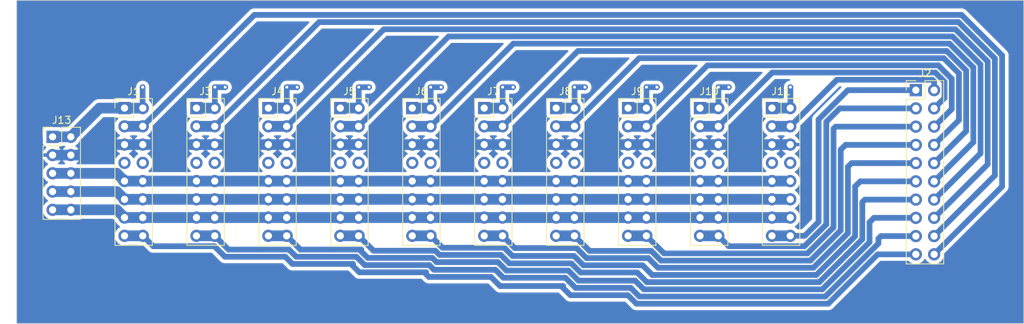
<source format=kicad_pcb>
(kicad_pcb (version 20221018) (generator pcbnew)
  (layers (0 "F.Cu" signal) (31 "B.Cu" signal) (34 "B.Paste" user) (35 "F.Paste" user) (36 "B.SilkS" user "B.Silkscreen") (37 "F.SilkS" user "F.Silkscreen") (38 "B.Mask" user) (39 "F.Mask" user) (44 "Edge.Cuts" user))
  (net 0 "")
  (net 1 "+3.3V")
  (net 2 "GND")
  (net 5 "/MISO")
  (net 6 "/MOSI")
  (net 7 "/SCK")
  (net 8 "/SDA1")
  (net 9 "/RST1")
  (net 10 "/SDA2")
  (net 11 "/RST2")
  (net 12 "/SDA3")
  (net 13 "/RST3")
  (net 14 "/SDA4")
  (net 15 "/RST4")
  (net 16 "/SDA5")
  (net 17 "/RST5")
  (net 18 "/SDA6")
  (net 19 "/RST6")
  (net 20 "/SDA7")
  (net 21 "/RST7")
  (net 22 "/SDA8")
  (net 23 "/RST8")
  (net 24 "/SDA9")
  (net 25 "/RST9")
  (net 26 "/SDA10")
  (net 27 "/RST10")
  (footprint "Connector_PinHeader_2.54mm:PinHeader_2x05_P2.54mm_Vertical" (layer "F.Cu") (at 70 84)
    (fp_text reference "J13" (at 1.27 -2.33) (layer "F.SilkS"))
    (fp_text value "Conn_02x05_Odd_Even")
    (pad "1" thru_hole rect (at 0 0) (size 1.7 1.7) (drill 1) (layers "*.Cu" "*.Mask") (net 1 "+3.3V"))
    (pad "2" thru_hole oval (at 2.54 0) (size 1.7 1.7) (drill 1) (layers "*.Cu" "*.Mask") (net 1 "+3.3V"))
    (pad "3" thru_hole oval (at 0 2.54) (size 1.7 1.7) (drill 1) (layers "*.Cu" "*.Mask") (net 2 "GND"))
    (pad "4" thru_hole oval (at 2.54 2.54) (size 1.7 1.7) (drill 1) (layers "*.Cu" "*.Mask") (net 2 "GND"))
    (pad "5" thru_hole oval (at 0 5.08) (size 1.7 1.7) (drill 1) (layers "*.Cu" "*.Mask") (net 5 "/MISO"))
    (pad "6" thru_hole oval (at 2.54 5.08) (size 1.7 1.7) (drill 1) (layers "*.Cu" "*.Mask") (net 5 "/MISO"))
    (pad "7" thru_hole oval (at 0 7.62) (size 1.7 1.7) (drill 1) (layers "*.Cu" "*.Mask") (net 6 "/MOSI"))
    (pad "8" thru_hole oval (at 2.54 7.62) (size 1.7 1.7) (drill 1) (layers "*.Cu" "*.Mask") (net 6 "/MOSI"))
    (pad "9" thru_hole oval (at 0 10.16) (size 1.7 1.7) (drill 1) (layers "*.Cu" "*.Mask") (net 7 "/SCK"))
    (pad "10" thru_hole oval (at 2.54 10.16) (size 1.7 1.7) (drill 1) (layers "*.Cu" "*.Mask") (net 7 "/SCK"))
  )
  (footprint "Connector_PinHeader_2.54mm:PinHeader_2x08_P2.54mm_Vertical" (layer "F.Cu") (at 110 80)
    (fp_text reference "J5" (at 1.27 -2.33) (layer "F.SilkS"))
    (fp_text value "Conn_02x08_Odd_Even")
    (pad "1" thru_hole rect (at 0 0) (size 1.7 1.7) (drill 1) (layers "*.Cu" "*.Mask") (net 1 "+3.3V"))
    (pad "2" thru_hole oval (at 2.54 0) (size 1.7 1.7) (drill 1) (layers "*.Cu" "*.Mask") (net 1 "+3.3V"))
    (pad "3" thru_hole oval (at 0 2.54) (size 1.7 1.7) (drill 1) (layers "*.Cu" "*.Mask") (net 15 "/RST4"))
    (pad "4" thru_hole oval (at 2.54 2.54) (size 1.7 1.7) (drill 1) (layers "*.Cu" "*.Mask") (net 15 "/RST4"))
    (pad "5" thru_hole oval (at 0 5.08) (size 1.7 1.7) (drill 1) (layers "*.Cu" "*.Mask") (net 2 "GND"))
    (pad "6" thru_hole oval (at 2.54 5.08) (size 1.7 1.7) (drill 1) (layers "*.Cu" "*.Mask") (net 2 "GND"))
    (pad "7" thru_hole oval (at 0 7.62) (size 1.7 1.7) (drill 1) (layers "*.Cu" "*.Mask"))
    (pad "8" thru_hole oval (at 2.54 7.62) (size 1.7 1.7) (drill 1) (layers "*.Cu" "*.Mask"))
    (pad "9" thru_hole oval (at 0 10.16) (size 1.7 1.7) (drill 1) (layers "*.Cu" "*.Mask") (net 5 "/MISO"))
    (pad "10" thru_hole oval (at 2.54 10.16) (size 1.7 1.7) (drill 1) (layers "*.Cu" "*.Mask") (net 5 "/MISO"))
    (pad "11" thru_hole oval (at 0 12.7) (size 1.7 1.7) (drill 1) (layers "*.Cu" "*.Mask") (net 6 "/MOSI"))
    (pad "12" thru_hole oval (at 2.54 12.7) (size 1.7 1.7) (drill 1) (layers "*.Cu" "*.Mask") (net 6 "/MOSI"))
    (pad "13" thru_hole oval (at 0 15.24) (size 1.7 1.7) (drill 1) (layers "*.Cu" "*.Mask") (net 7 "/SCK"))
    (pad "14" thru_hole oval (at 2.54 15.24) (size 1.7 1.7) (drill 1) (layers "*.Cu" "*.Mask") (net 7 "/SCK"))
    (pad "15" thru_hole oval (at 0 17.78) (size 1.7 1.7) (drill 1) (layers "*.Cu" "*.Mask") (net 14 "/SDA4"))
    (pad "16" thru_hole oval (at 2.54 17.78) (size 1.7 1.7) (drill 1) (layers "*.Cu" "*.Mask") (net 14 "/SDA4"))
  )
  (footprint "Connector_PinHeader_2.54mm:PinHeader_2x08_P2.54mm_Vertical" (layer "F.Cu") (at 130 80)
    (fp_text reference "J7" (at 1.27 -2.33) (layer "F.SilkS"))
    (fp_text value "Conn_02x08_Odd_Even")
    (pad "1" thru_hole rect (at 0 0) (size 1.7 1.7) (drill 1) (layers "*.Cu" "*.Mask") (net 1 "+3.3V"))
    (pad "2" thru_hole oval (at 2.54 0) (size 1.7 1.7) (drill 1) (layers "*.Cu" "*.Mask") (net 1 "+3.3V"))
    (pad "3" thru_hole oval (at 0 2.54) (size 1.7 1.7) (drill 1) (layers "*.Cu" "*.Mask") (net 19 "/RST6"))
    (pad "4" thru_hole oval (at 2.54 2.54) (size 1.7 1.7) (drill 1) (layers "*.Cu" "*.Mask") (net 19 "/RST6"))
    (pad "5" thru_hole oval (at 0 5.08) (size 1.7 1.7) (drill 1) (layers "*.Cu" "*.Mask") (net 2 "GND"))
    (pad "6" thru_hole oval (at 2.54 5.08) (size 1.7 1.7) (drill 1) (layers "*.Cu" "*.Mask") (net 2 "GND"))
    (pad "7" thru_hole oval (at 0 7.62) (size 1.7 1.7) (drill 1) (layers "*.Cu" "*.Mask"))
    (pad "8" thru_hole oval (at 2.54 7.62) (size 1.7 1.7) (drill 1) (layers "*.Cu" "*.Mask"))
    (pad "9" thru_hole oval (at 0 10.16) (size 1.7 1.7) (drill 1) (layers "*.Cu" "*.Mask") (net 5 "/MISO"))
    (pad "10" thru_hole oval (at 2.54 10.16) (size 1.7 1.7) (drill 1) (layers "*.Cu" "*.Mask") (net 5 "/MISO"))
    (pad "11" thru_hole oval (at 0 12.7) (size 1.7 1.7) (drill 1) (layers "*.Cu" "*.Mask") (net 6 "/MOSI"))
    (pad "12" thru_hole oval (at 2.54 12.7) (size 1.7 1.7) (drill 1) (layers "*.Cu" "*.Mask") (net 6 "/MOSI"))
    (pad "13" thru_hole oval (at 0 15.24) (size 1.7 1.7) (drill 1) (layers "*.Cu" "*.Mask") (net 7 "/SCK"))
    (pad "14" thru_hole oval (at 2.54 15.24) (size 1.7 1.7) (drill 1) (layers "*.Cu" "*.Mask") (net 7 "/SCK"))
    (pad "15" thru_hole oval (at 0 17.78) (size 1.7 1.7) (drill 1) (layers "*.Cu" "*.Mask") (net 18 "/SDA6"))
    (pad "16" thru_hole oval (at 2.54 17.78) (size 1.7 1.7) (drill 1) (layers "*.Cu" "*.Mask") (net 18 "/SDA6"))
  )
  (footprint "Connector_PinHeader_2.54mm:PinHeader_2x08_P2.54mm_Vertical" (layer "F.Cu") (at 150 80)
    (fp_text reference "J9" (at 1.27 -2.33) (layer "F.SilkS"))
    (fp_text value "Conn_02x08_Odd_Even")
    (pad "1" thru_hole rect (at 0 0) (size 1.7 1.7) (drill 1) (layers "*.Cu" "*.Mask") (net 1 "+3.3V"))
    (pad "2" thru_hole oval (at 2.54 0) (size 1.7 1.7) (drill 1) (layers "*.Cu" "*.Mask") (net 1 "+3.3V"))
    (pad "3" thru_hole oval (at 0 2.54) (size 1.7 1.7) (drill 1) (layers "*.Cu" "*.Mask") (net 23 "/RST8"))
    (pad "4" thru_hole oval (at 2.54 2.54) (size 1.7 1.7) (drill 1) (layers "*.Cu" "*.Mask") (net 23 "/RST8"))
    (pad "5" thru_hole oval (at 0 5.08) (size 1.7 1.7) (drill 1) (layers "*.Cu" "*.Mask") (net 2 "GND"))
    (pad "6" thru_hole oval (at 2.54 5.08) (size 1.7 1.7) (drill 1) (layers "*.Cu" "*.Mask") (net 2 "GND"))
    (pad "7" thru_hole oval (at 0 7.62) (size 1.7 1.7) (drill 1) (layers "*.Cu" "*.Mask"))
    (pad "8" thru_hole oval (at 2.54 7.62) (size 1.7 1.7) (drill 1) (layers "*.Cu" "*.Mask"))
    (pad "9" thru_hole oval (at 0 10.16) (size 1.7 1.7) (drill 1) (layers "*.Cu" "*.Mask") (net 5 "/MISO"))
    (pad "10" thru_hole oval (at 2.54 10.16) (size 1.7 1.7) (drill 1) (layers "*.Cu" "*.Mask") (net 5 "/MISO"))
    (pad "11" thru_hole oval (at 0 12.7) (size 1.7 1.7) (drill 1) (layers "*.Cu" "*.Mask") (net 6 "/MOSI"))
    (pad "12" thru_hole oval (at 2.54 12.7) (size 1.7 1.7) (drill 1) (layers "*.Cu" "*.Mask") (net 6 "/MOSI"))
    (pad "13" thru_hole oval (at 0 15.24) (size 1.7 1.7) (drill 1) (layers "*.Cu" "*.Mask") (net 7 "/SCK"))
    (pad "14" thru_hole oval (at 2.54 15.24) (size 1.7 1.7) (drill 1) (layers "*.Cu" "*.Mask") (net 7 "/SCK"))
    (pad "15" thru_hole oval (at 0 17.78) (size 1.7 1.7) (drill 1) (layers "*.Cu" "*.Mask") (net 22 "/SDA8"))
    (pad "16" thru_hole oval (at 2.54 17.78) (size 1.7 1.7) (drill 1) (layers "*.Cu" "*.Mask") (net 22 "/SDA8"))
  )
  (footprint "Connector_PinHeader_2.54mm:PinHeader_2x08_P2.54mm_Vertical" (layer "F.Cu") (at 100 80)
    (fp_text reference "J4" (at 1.27 -2.33) (layer "F.SilkS"))
    (fp_text value "Conn_02x08_Odd_Even")
    (pad "1" thru_hole rect (at 0 0) (size 1.7 1.7) (drill 1) (layers "*.Cu" "*.Mask") (net 1 "+3.3V"))
    (pad "2" thru_hole oval (at 2.54 0) (size 1.7 1.7) (drill 1) (layers "*.Cu" "*.Mask") (net 1 "+3.3V"))
    (pad "3" thru_hole oval (at 0 2.54) (size 1.7 1.7) (drill 1) (layers "*.Cu" "*.Mask") (net 13 "/RST3"))
    (pad "4" thru_hole oval (at 2.54 2.54) (size 1.7 1.7) (drill 1) (layers "*.Cu" "*.Mask") (net 13 "/RST3"))
    (pad "5" thru_hole oval (at 0 5.08) (size 1.7 1.7) (drill 1) (layers "*.Cu" "*.Mask") (net 2 "GND"))
    (pad "6" thru_hole oval (at 2.54 5.08) (size 1.7 1.7) (drill 1) (layers "*.Cu" "*.Mask") (net 2 "GND"))
    (pad "7" thru_hole oval (at 0 7.62) (size 1.7 1.7) (drill 1) (layers "*.Cu" "*.Mask"))
    (pad "8" thru_hole oval (at 2.54 7.62) (size 1.7 1.7) (drill 1) (layers "*.Cu" "*.Mask"))
    (pad "9" thru_hole oval (at 0 10.16) (size 1.7 1.7) (drill 1) (layers "*.Cu" "*.Mask") (net 5 "/MISO"))
    (pad "10" thru_hole oval (at 2.54 10.16) (size 1.7 1.7) (drill 1) (layers "*.Cu" "*.Mask") (net 5 "/MISO"))
    (pad "11" thru_hole oval (at 0 12.7) (size 1.7 1.7) (drill 1) (layers "*.Cu" "*.Mask") (net 6 "/MOSI"))
    (pad "12" thru_hole oval (at 2.54 12.7) (size 1.7 1.7) (drill 1) (layers "*.Cu" "*.Mask") (net 6 "/MOSI"))
    (pad "13" thru_hole oval (at 0 15.24) (size 1.7 1.7) (drill 1) (layers "*.Cu" "*.Mask") (net 7 "/SCK"))
    (pad "14" thru_hole oval (at 2.54 15.24) (size 1.7 1.7) (drill 1) (layers "*.Cu" "*.Mask") (net 7 "/SCK"))
    (pad "15" thru_hole oval (at 0 17.78) (size 1.7 1.7) (drill 1) (layers "*.Cu" "*.Mask") (net 12 "/SDA3"))
    (pad "16" thru_hole oval (at 2.54 17.78) (size 1.7 1.7) (drill 1) (layers "*.Cu" "*.Mask") (net 12 "/SDA3"))
  )
  (footprint "Connector_PinHeader_2.54mm:PinHeader_2x08_P2.54mm_Vertical" (layer "F.Cu") (at 90 80)
    (fp_text reference "J3" (at 1.27 -2.33) (layer "F.SilkS"))
    (fp_text value "Conn_02x08_Odd_Even")
    (pad "1" thru_hole rect (at 0 0) (size 1.7 1.7) (drill 1) (layers "*.Cu" "*.Mask") (net 1 "+3.3V"))
    (pad "2" thru_hole oval (at 2.54 0) (size 1.7 1.7) (drill 1) (layers "*.Cu" "*.Mask") (net 1 "+3.3V"))
    (pad "3" thru_hole oval (at 0 2.54) (size 1.7 1.7) (drill 1) (layers "*.Cu" "*.Mask") (net 11 "/RST2"))
    (pad "4" thru_hole oval (at 2.54 2.54) (size 1.7 1.7) (drill 1) (layers "*.Cu" "*.Mask") (net 11 "/RST2"))
    (pad "5" thru_hole oval (at 0 5.08) (size 1.7 1.7) (drill 1) (layers "*.Cu" "*.Mask") (net 2 "GND"))
    (pad "6" thru_hole oval (at 2.54 5.08) (size 1.7 1.7) (drill 1) (layers "*.Cu" "*.Mask") (net 2 "GND"))
    (pad "7" thru_hole oval (at 0 7.62) (size 1.7 1.7) (drill 1) (layers "*.Cu" "*.Mask"))
    (pad "8" thru_hole oval (at 2.54 7.62) (size 1.7 1.7) (drill 1) (layers "*.Cu" "*.Mask"))
    (pad "9" thru_hole oval (at 0 10.16) (size 1.7 1.7) (drill 1) (layers "*.Cu" "*.Mask") (net 5 "/MISO"))
    (pad "10" thru_hole oval (at 2.54 10.16) (size 1.7 1.7) (drill 1) (layers "*.Cu" "*.Mask") (net 5 "/MISO"))
    (pad "11" thru_hole oval (at 0 12.7) (size 1.7 1.7) (drill 1) (layers "*.Cu" "*.Mask") (net 6 "/MOSI"))
    (pad "12" thru_hole oval (at 2.54 12.7) (size 1.7 1.7) (drill 1) (layers "*.Cu" "*.Mask") (net 6 "/MOSI"))
    (pad "13" thru_hole oval (at 0 15.24) (size 1.7 1.7) (drill 1) (layers "*.Cu" "*.Mask") (net 7 "/SCK"))
    (pad "14" thru_hole oval (at 2.54 15.24) (size 1.7 1.7) (drill 1) (layers "*.Cu" "*.Mask") (net 7 "/SCK"))
    (pad "15" thru_hole oval (at 0 17.78) (size 1.7 1.7) (drill 1) (layers "*.Cu" "*.Mask") (net 10 "/SDA2"))
    (pad "16" thru_hole oval (at 2.54 17.78) (size 1.7 1.7) (drill 1) (layers "*.Cu" "*.Mask") (net 10 "/SDA2"))
  )
  (footprint "Connector_PinHeader_2.54mm:PinHeader_2x08_P2.54mm_Vertical" (layer "F.Cu") (at 170 80)
    (fp_text reference "J11" (at 1.27 -2.33) (layer "F.SilkS"))
    (fp_text value "Conn_02x08_Odd_Even")
    (pad "1" thru_hole rect (at 0 0) (size 1.7 1.7) (drill 1) (layers "*.Cu" "*.Mask") (net 1 "+3.3V"))
    (pad "2" thru_hole oval (at 2.54 0) (size 1.7 1.7) (drill 1) (layers "*.Cu" "*.Mask") (net 1 "+3.3V"))
    (pad "3" thru_hole oval (at 0 2.54) (size 1.7 1.7) (drill 1) (layers "*.Cu" "*.Mask") (net 27 "/RST10"))
    (pad "4" thru_hole oval (at 2.54 2.54) (size 1.7 1.7) (drill 1) (layers "*.Cu" "*.Mask") (net 27 "/RST10"))
    (pad "5" thru_hole oval (at 0 5.08) (size 1.7 1.7) (drill 1) (layers "*.Cu" "*.Mask") (net 2 "GND"))
    (pad "6" thru_hole oval (at 2.54 5.08) (size 1.7 1.7) (drill 1) (layers "*.Cu" "*.Mask") (net 2 "GND"))
    (pad "7" thru_hole oval (at 0 7.62) (size 1.7 1.7) (drill 1) (layers "*.Cu" "*.Mask"))
    (pad "8" thru_hole oval (at 2.54 7.62) (size 1.7 1.7) (drill 1) (layers "*.Cu" "*.Mask"))
    (pad "9" thru_hole oval (at 0 10.16) (size 1.7 1.7) (drill 1) (layers "*.Cu" "*.Mask") (net 5 "/MISO"))
    (pad "10" thru_hole oval (at 2.54 10.16) (size 1.7 1.7) (drill 1) (layers "*.Cu" "*.Mask") (net 5 "/MISO"))
    (pad "11" thru_hole oval (at 0 12.7) (size 1.7 1.7) (drill 1) (layers "*.Cu" "*.Mask") (net 6 "/MOSI"))
    (pad "12" thru_hole oval (at 2.54 12.7) (size 1.7 1.7) (drill 1) (layers "*.Cu" "*.Mask") (net 6 "/MOSI"))
    (pad "13" thru_hole oval (at 0 15.24) (size 1.7 1.7) (drill 1) (layers "*.Cu" "*.Mask") (net 7 "/SCK"))
    (pad "14" thru_hole oval (at 2.54 15.24) (size 1.7 1.7) (drill 1) (layers "*.Cu" "*.Mask") (net 7 "/SCK"))
    (pad "15" thru_hole oval (at 0 17.78) (size 1.7 1.7) (drill 1) (layers "*.Cu" "*.Mask") (net 26 "/SDA10"))
    (pad "16" thru_hole oval (at 2.54 17.78) (size 1.7 1.7) (drill 1) (layers "*.Cu" "*.Mask") (net 26 "/SDA10"))
  )
  (footprint "Connector_PinHeader_2.54mm:PinHeader_2x10_P2.54mm_Vertical" (layer "F.Cu") (at 190 77.5)
    (fp_text reference "J2" (at 1.27 -2.33) (layer "F.SilkS"))
    (fp_text value "Conn_01x20_Pin")
    (pad "1" thru_hole rect (at 0 0) (size 1.7 1.7) (drill 1) (layers "*.Cu" "*.Mask") (net 26 "/SDA10"))
    (pad "2" thru_hole oval (at 2.54 0) (size 1.7 1.7) (drill 1) (layers "*.Cu" "*.Mask") (net 27 "/RST10"))
    (pad "3" thru_hole oval (at 0 2.54) (size 1.7 1.7) (drill 1) (layers "*.Cu" "*.Mask") (net 24 "/SDA9"))
    (pad "4" thru_hole oval (at 2.54 2.54) (size 1.7 1.7) (drill 1) (layers "*.Cu" "*.Mask") (net 25 "/RST9"))
    (pad "5" thru_hole oval (at 0 5.08) (size 1.7 1.7) (drill 1) (layers "*.Cu" "*.Mask") (net 22 "/SDA8"))
    (pad "6" thru_hole oval (at 2.54 5.08) (size 1.7 1.7) (drill 1) (layers "*.Cu" "*.Mask") (net 23 "/RST8"))
    (pad "7" thru_hole oval (at 0 7.62) (size 1.7 1.7) (drill 1) (layers "*.Cu" "*.Mask") (net 20 "/SDA7"))
    (pad "8" thru_hole oval (at 2.54 7.62) (size 1.7 1.7) (drill 1) (layers "*.Cu" "*.Mask") (net 21 "/RST7"))
    (pad "9" thru_hole oval (at 0 10.16) (size 1.7 1.7) (drill 1) (layers "*.Cu" "*.Mask") (net 18 "/SDA6"))
    (pad "10" thru_hole oval (at 2.54 10.16) (size 1.7 1.7) (drill 1) (layers "*.Cu" "*.Mask") (net 19 "/RST6"))
    (pad "11" thru_hole oval (at 0 12.7) (size 1.7 1.7) (drill 1) (layers "*.Cu" "*.Mask") (net 16 "/SDA5"))
    (pad "12" thru_hole oval (at 2.54 12.7) (size 1.7 1.7) (drill 1) (layers "*.Cu" "*.Mask") (net 17 "/RST5"))
    (pad "13" thru_hole oval (at 0 15.24) (size 1.7 1.7) (drill 1) (layers "*.Cu" "*.Mask") (net 14 "/SDA4"))
    (pad "14" thru_hole oval (at 2.54 15.24) (size 1.7 1.7) (drill 1) (layers "*.Cu" "*.Mask") (net 15 "/RST4"))
    (pad "15" thru_hole oval (at 0 17.78) (size 1.7 1.7) (drill 1) (layers "*.Cu" "*.Mask") (net 12 "/SDA3"))
    (pad "16" thru_hole oval (at 2.54 17.78) (size 1.7 1.7) (drill 1) (layers "*.Cu" "*.Mask") (net 13 "/RST3"))
    (pad "17" thru_hole oval (at 0 20.32) (size 1.7 1.7) (drill 1) (layers "*.Cu" "*.Mask") (net 10 "/SDA2"))
    (pad "18" thru_hole oval (at 2.54 20.32) (size 1.7 1.7) (drill 1) (layers "*.Cu" "*.Mask") (net 11 "/RST2"))
    (pad "19" thru_hole oval (at 0 22.86) (size 1.7 1.7) (drill 1) (layers "*.Cu" "*.Mask") (net 8 "/SDA1"))
    (pad "20" thru_hole oval (at 2.54 22.86) (size 1.7 1.7) (drill 1) (layers "*.Cu" "*.Mask") (net 9 "/RST1"))
  )
  (footprint "Connector_PinHeader_2.54mm:PinHeader_2x08_P2.54mm_Vertical" (layer "F.Cu") (at 160 80)
    (fp_text reference "J10" (at 1.27 -2.33) (layer "F.SilkS"))
    (fp_text value "Conn_02x08_Odd_Even")
    (pad "1" thru_hole rect (at 0 0) (size 1.7 1.7) (drill 1) (layers "*.Cu" "*.Mask") (net 1 "+3.3V"))
    (pad "2" thru_hole oval (at 2.54 0) (size 1.7 1.7) (drill 1) (layers "*.Cu" "*.Mask") (net 1 "+3.3V"))
    (pad "3" thru_hole oval (at 0 2.54) (size 1.7 1.7) (drill 1) (layers "*.Cu" "*.Mask") (net 25 "/RST9"))
    (pad "4" thru_hole oval (at 2.54 2.54) (size 1.7 1.7) (drill 1) (layers "*.Cu" "*.Mask") (net 25 "/RST9"))
    (pad "5" thru_hole oval (at 0 5.08) (size 1.7 1.7) (drill 1) (layers "*.Cu" "*.Mask") (net 2 "GND"))
    (pad "6" thru_hole oval (at 2.54 5.08) (size 1.7 1.7) (drill 1) (layers "*.Cu" "*.Mask") (net 2 "GND"))
    (pad "7" thru_hole oval (at 0 7.62) (size 1.7 1.7) (drill 1) (layers "*.Cu" "*.Mask"))
    (pad "8" thru_hole oval (at 2.54 7.62) (size 1.7 1.7) (drill 1) (layers "*.Cu" "*.Mask"))
    (pad "9" thru_hole oval (at 0 10.16) (size 1.7 1.7) (drill 1) (layers "*.Cu" "*.Mask") (net 5 "/MISO"))
    (pad "10" thru_hole oval (at 2.54 10.16) (size 1.7 1.7) (drill 1) (layers "*.Cu" "*.Mask") (net 5 "/MISO"))
    (pad "11" thru_hole oval (at 0 12.7) (size 1.7 1.7) (drill 1) (layers "*.Cu" "*.Mask") (net 6 "/MOSI"))
    (pad "12" thru_hole oval (at 2.54 12.7) (size 1.7 1.7) (drill 1) (layers "*.Cu" "*.Mask") (net 6 "/MOSI"))
    (pad "13" thru_hole oval (at 0 15.24) (size 1.7 1.7) (drill 1) (layers "*.Cu" "*.Mask") (net 7 "/SCK"))
    (pad "14" thru_hole oval (at 2.54 15.24) (size 1.7 1.7) (drill 1) (layers "*.Cu" "*.Mask") (net 7 "/SCK"))
    (pad "15" thru_hole oval (at 0 17.78) (size 1.7 1.7) (drill 1) (layers "*.Cu" "*.Mask") (net 24 "/SDA9"))
    (pad "16" thru_hole oval (at 2.54 17.78) (size 1.7 1.7) (drill 1) (layers "*.Cu" "*.Mask") (net 24 "/SDA9"))
  )
  (footprint "Connector_PinHeader_2.54mm:PinHeader_2x08_P2.54mm_Vertical" (layer "F.Cu") (at 120 80)
    (fp_text reference "J6" (at 1.27 -2.33) (layer "F.SilkS"))
    (fp_text value "Conn_02x08_Odd_Even")
    (pad "1" thru_hole rect (at 0 0) (size 1.7 1.7) (drill 1) (layers "*.Cu" "*.Mask") (net 1 "+3.3V"))
    (pad "2" thru_hole oval (at 2.54 0) (size 1.7 1.7) (drill 1) (layers "*.Cu" "*.Mask") (net 1 "+3.3V"))
    (pad "3" thru_hole oval (at 0 2.54) (size 1.7 1.7) (drill 1) (layers "*.Cu" "*.Mask") (net 17 "/RST5"))
    (pad "4" thru_hole oval (at 2.54 2.54) (size 1.7 1.7) (drill 1) (layers "*.Cu" "*.Mask") (net 17 "/RST5"))
    (pad "5" thru_hole oval (at 0 5.08) (size 1.7 1.7) (drill 1) (layers "*.Cu" "*.Mask") (net 2 "GND"))
    (pad "6" thru_hole oval (at 2.54 5.08) (size 1.7 1.7) (drill 1) (layers "*.Cu" "*.Mask") (net 2 "GND"))
    (pad "7" thru_hole oval (at 0 7.62) (size 1.7 1.7) (drill 1) (layers "*.Cu" "*.Mask"))
    (pad "8" thru_hole oval (at 2.54 7.62) (size 1.7 1.7) (drill 1) (layers "*.Cu" "*.Mask"))
    (pad "9" thru_hole oval (at 0 10.16) (size 1.7 1.7) (drill 1) (layers "*.Cu" "*.Mask") (net 5 "/MISO"))
    (pad "10" thru_hole oval (at 2.54 10.16) (size 1.7 1.7) (drill 1) (layers "*.Cu" "*.Mask") (net 5 "/MISO"))
    (pad "11" thru_hole oval (at 0 12.7) (size 1.7 1.7) (drill 1) (layers "*.Cu" "*.Mask") (net 6 "/MOSI"))
    (pad "12" thru_hole oval (at 2.54 12.7) (size 1.7 1.7) (drill 1) (layers "*.Cu" "*.Mask") (net 6 "/MOSI"))
    (pad "13" thru_hole oval (at 0 15.24) (size 1.7 1.7) (drill 1) (layers "*.Cu" "*.Mask") (net 7 "/SCK"))
    (pad "14" thru_hole oval (at 2.54 15.24) (size 1.7 1.7) (drill 1) (layers "*.Cu" "*.Mask") (net 7 "/SCK"))
    (pad "15" thru_hole oval (at 0 17.78) (size 1.7 1.7) (drill 1) (layers "*.Cu" "*.Mask") (net 16 "/SDA5"))
    (pad "16" thru_hole oval (at 2.54 17.78) (size 1.7 1.7) (drill 1) (layers "*.Cu" "*.Mask") (net 16 "/SDA5"))
  )
  (footprint "Connector_PinHeader_2.54mm:PinHeader_2x08_P2.54mm_Vertical" (layer "F.Cu") (at 140 80)
    (fp_text reference "J8" (at 1.27 -2.33) (layer "F.SilkS"))
    (fp_text value "Conn_02x08_Odd_Even")
    (pad "1" thru_hole rect (at 0 0) (size 1.7 1.7) (drill 1) (layers "*.Cu" "*.Mask") (net 1 "+3.3V"))
    (pad "2" thru_hole oval (at 2.54 0) (size 1.7 1.7) (drill 1) (layers "*.Cu" "*.Mask") (net 1 "+3.3V"))
    (pad "3" thru_hole oval (at 0 2.54) (size 1.7 1.7) (drill 1) (layers "*.Cu" "*.Mask") (net 21 "/RST7"))
    (pad "4" thru_hole oval (at 2.54 2.54) (size 1.7 1.7) (drill 1) (layers "*.Cu" "*.Mask") (net 21 "/RST7"))
    (pad "5" thru_hole oval (at 0 5.08) (size 1.7 1.7) (drill 1) (layers "*.Cu" "*.Mask") (net 2 "GND"))
    (pad "6" thru_hole oval (at 2.54 5.08) (size 1.7 1.7) (drill 1) (layers "*.Cu" "*.Mask") (net 2 "GND"))
    (pad "7" thru_hole oval (at 0 7.62) (size 1.7 1.7) (drill 1) (layers "*.Cu" "*.Mask"))
    (pad "8" thru_hole oval (at 2.54 7.62) (size 1.7 1.7) (drill 1) (layers "*.Cu" "*.Mask"))
    (pad "9" thru_hole oval (at 0 10.16) (size 1.7 1.7) (drill 1) (layers "*.Cu" "*.Mask") (net 5 "/MISO"))
    (pad "10" thru_hole oval (at 2.54 10.16) (size 1.7 1.7) (drill 1) (layers "*.Cu" "*.Mask") (net 5 "/MISO"))
    (pad "11" thru_hole oval (at 0 12.7) (size 1.7 1.7) (drill 1) (layers "*.Cu" "*.Mask") (net 6 "/MOSI"))
    (pad "12" thru_hole oval (at 2.54 12.7) (size 1.7 1.7) (drill 1) (layers "*.Cu" "*.Mask") (net 6 "/MOSI"))
    (pad "13" thru_hole oval (at 0 15.24) (size 1.7 1.7) (drill 1) (layers "*.Cu" "*.Mask") (net 7 "/SCK"))
    (pad "14" thru_hole oval (at 2.54 15.24) (size 1.7 1.7) (drill 1) (layers "*.Cu" "*.Mask") (net 7 "/SCK"))
    (pad "15" thru_hole oval (at 0 17.78) (size 1.7 1.7) (drill 1) (layers "*.Cu" "*.Mask") (net 20 "/SDA7"))
    (pad "16" thru_hole oval (at 2.54 17.78) (size 1.7 1.7) (drill 1) (layers "*.Cu" "*.Mask") (net 20 "/SDA7"))
  )
  (footprint "Connector_PinHeader_2.54mm:PinHeader_2x08_P2.54mm_Vertical" (layer "F.Cu") (at 80 80)
    (fp_text reference "J1" (at 1.27 -2.33) (layer "F.SilkS"))
    (fp_text value "Conn_02x08_Odd_Even")
    (pad "1" thru_hole rect (at 0 0) (size 1.7 1.7) (drill 1) (layers "*.Cu" "*.Mask") (net 1 "+3.3V"))
    (pad "2" thru_hole oval (at 2.54 0) (size 1.7 1.7) (drill 1) (layers "*.Cu" "*.Mask") (net 1 "+3.3V"))
    (pad "3" thru_hole oval (at 0 2.54) (size 1.7 1.7) (drill 1) (layers "*.Cu" "*.Mask") (net 9 "/RST1"))
    (pad "4" thru_hole oval (at 2.54 2.54) (size 1.7 1.7) (drill 1) (layers "*.Cu" "*.Mask") (net 9 "/RST1"))
    (pad "5" thru_hole oval (at 0 5.08) (size 1.7 1.7) (drill 1) (layers "*.Cu" "*.Mask") (net 2 "GND"))
    (pad "6" thru_hole oval (at 2.54 5.08) (size 1.7 1.7) (drill 1) (layers "*.Cu" "*.Mask") (net 2 "GND"))
    (pad "7" thru_hole oval (at 0 7.62) (size 1.7 1.7) (drill 1) (layers "*.Cu" "*.Mask"))
    (pad "8" thru_hole oval (at 2.54 7.62) (size 1.7 1.7) (drill 1) (layers "*.Cu" "*.Mask"))
    (pad "9" thru_hole oval (at 0 10.16) (size 1.7 1.7) (drill 1) (layers "*.Cu" "*.Mask") (net 5 "/MISO"))
    (pad "10" thru_hole oval (at 2.54 10.16) (size 1.7 1.7) (drill 1) (layers "*.Cu" "*.Mask") (net 5 "/MISO"))
    (pad "11" thru_hole oval (at 0 12.7) (size 1.7 1.7) (drill 1) (layers "*.Cu" "*.Mask") (net 6 "/MOSI"))
    (pad "12" thru_hole oval (at 2.54 12.7) (size 1.7 1.7) (drill 1) (layers "*.Cu" "*.Mask") (net 6 "/MOSI"))
    (pad "13" thru_hole oval (at 0 15.24) (size 1.7 1.7) (drill 1) (layers "*.Cu" "*.Mask") (net 7 "/SCK"))
    (pad "14" thru_hole oval (at 2.54 15.24) (size 1.7 1.7) (drill 1) (layers "*.Cu" "*.Mask") (net 7 "/SCK"))
    (pad "15" thru_hole oval (at 0 17.78) (size 1.7 1.7) (drill 1) (layers "*.Cu" "*.Mask") (net 8 "/SDA1"))
    (pad "16" thru_hole oval (at 2.54 17.78) (size 1.7 1.7) (drill 1) (layers "*.Cu" "*.Mask") (net 8 "/SDA1"))
  )
  (gr_rect (start 65 65) (end 205 110) (stroke (width 0.1)) (fill none) (layer "Edge.Cuts"))
  (via (at 82.52 77.089) (size 0.8) (drill 0.4) (layers "F.Cu" "B.Cu") (net 1))
  (via (at 132.56 77.089) (size 0.8) (drill 0.4) (layers "F.Cu" "B.Cu") (net 1))
  (via (at 154 77.089) (size 0.8) (drill 0.4) (layers "F.Cu" "B.Cu") (net 1))
  (via (at 94 77.089) (size 0.8) (drill 0.4) (layers "F.Cu" "B.Cu") (net 1))
  (via (at 134 77.089) (size 0.8) (drill 0.4) (layers "F.Cu" "B.Cu") (net 1))
  (via (at 102.56 77.089) (size 0.8) (drill 0.4) (layers "F.Cu" "B.Cu") (net 1))
  (via (at 112.56 77.089) (size 0.8) (drill 0.4) (layers "F.Cu" "B.Cu") (net 1))
  (via (at 142.56 77.089) (size 0.8) (drill 0.4) (layers "F.Cu" "B.Cu") (net 1))
  (via (at 92.56 77.089) (size 0.8) (drill 0.4) (layers "F.Cu" "B.Cu") (net 1))
  (via (at 172.56 77.089) (size 0.8) (drill 0.4) (layers "F.Cu" "B.Cu") (net 1))
  (via (at 144 77.089) (size 0.8) (drill 0.4) (layers "F.Cu" "B.Cu") (net 1))
  (via (at 104 77.089) (size 0.8) (drill 0.4) (layers "F.Cu" "B.Cu") (net 1))
  (via (at 122.56 77.089) (size 0.8) (drill 0.4) (layers "F.Cu" "B.Cu") (net 1))
  (via (at 152.56 77.089) (size 0.8) (drill 0.4) (layers "F.Cu" "B.Cu") (net 1))
  (via (at 114 77.089) (size 0.8) (drill 0.4) (layers "F.Cu" "B.Cu") (net 1))
  (via (at 162.56 77.089) (size 0.8) (drill 0.4) (layers "F.Cu" "B.Cu") (net 1))
  (via (at 164 77.089) (size 0.8) (drill 0.4) (layers "F.Cu" "B.Cu") (net 1))
  (via (at 124 77.089) (size 0.8) (drill 0.4) (layers "F.Cu" "B.Cu") (net 1))
  (segment (start 110 80) (end 112.54 80) (width 1.5) (layer "B.Cu") (net 1))
  (segment (start 82.52 79.98) (end 82.54 80) (width 0.8) (layer "B.Cu") (net 1))
  (segment (start 172.56 77.089) (end 172.56 79.98) (width 0.8) (layer "B.Cu") (net 1))
  (segment (start 104 77.089) (end 102.56 77.089) (width 0.8) (layer "B.Cu") (net 1))
  (segment (start 92.56 77.089) (end 92.56 79.98) (width 0.8) (layer "B.Cu") (net 1))
  (segment (start 76.54 80) (end 72.54 84) (width 1.5) (layer "B.Cu") (net 1))
  (segment (start 152.56 77.089) (end 152.56 79.98) (width 0.8) (layer "B.Cu") (net 1))
  (segment (start 124 77.089) (end 122.56 77.089) (width 0.8) (layer "B.Cu") (net 1))
  (segment (start 102.56 77.089) (end 102.56 79.98) (width 0.8) (layer "B.Cu") (net 1))
  (segment (start 122.56 77.089) (end 122.56 79.98) (width 0.8) (layer "B.Cu") (net 1))
  (segment (start 82.52 77.089) (end 82.52 79.98) (width 0.8) (layer "B.Cu") (net 1))
  (segment (start 112.56 79.98) (end 112.54 80) (width 0.8) (layer "B.Cu") (net 1))
  (segment (start 122.56 79.98) (end 122.54 80) (width 0.8) (layer "B.Cu") (net 1))
  (segment (start 172.56 79.98) (end 172.54 80) (width 0.8) (layer "B.Cu") (net 1))
  (segment (start 150 80) (end 152.54 80) (width 1.5) (layer "B.Cu") (net 1))
  (segment (start 152.56 79.98) (end 152.54 80) (width 0.8) (layer "B.Cu") (net 1))
  (segment (start 162.56 79.98) (end 162.54 80) (width 0.8) (layer "B.Cu") (net 1))
  (segment (start 82.55 80.01) (end 82.54 80) (width 1.5) (layer "B.Cu") (net 1))
  (segment (start 90 80) (end 92.54 80) (width 1.5) (layer "B.Cu") (net 1))
  (segment (start 94 77.089) (end 92.56 77.089) (width 0.8) (layer "B.Cu") (net 1))
  (segment (start 132.56 79.98) (end 132.54 80) (width 0.8) (layer "B.Cu") (net 1))
  (segment (start 140 80) (end 142.54 80) (width 1.5) (layer "B.Cu") (net 1))
  (segment (start 114 77.089) (end 112.56 77.089) (width 0.8) (layer "B.Cu") (net 1))
  (segment (start 170 80) (end 172.54 80) (width 1.5) (layer "B.Cu") (net 1))
  (segment (start 100 80) (end 102.54 80) (width 1.5) (layer "B.Cu") (net 1))
  (segment (start 132.56 77.089) (end 132.56 79.98) (width 0.8) (layer "B.Cu") (net 1))
  (segment (start 130 80) (end 132.54 80) (width 1.5) (layer "B.Cu") (net 1))
  (segment (start 120 80) (end 122.54 80) (width 1.5) (layer "B.Cu") (net 1))
  (segment (start 134 77.089) (end 132.56 77.089) (width 0.8) (layer "B.Cu") (net 1))
  (segment (start 80 80) (end 76.54 80) (width 1.5) (layer "B.Cu") (net 1))
  (segment (start 154 77.089) (end 152.56 77.089) (width 0.8) (layer "B.Cu") (net 1))
  (segment (start 80 80) (end 82.55 80.01) (width 1.5) (layer "B.Cu") (net 1))
  (segment (start 144 77.089) (end 142.56 77.089) (width 0.8) (layer "B.Cu") (net 1))
  (segment (start 92.56 79.98) (end 92.54 80) (width 0.8) (layer "B.Cu") (net 1))
  (segment (start 102.56 79.98) (end 102.54 80) (width 0.8) (layer "B.Cu") (net 1))
  (segment (start 142.56 77.089) (end 142.56 79.98) (width 0.8) (layer "B.Cu") (net 1))
  (segment (start 72.54 84) (end 70 84) (width 1.5) (layer "B.Cu") (net 1))
  (segment (start 112.56 77.089) (end 112.56 79.98) (width 0.8) (layer "B.Cu") (net 1))
  (segment (start 160 80) (end 162.54 80) (width 1.5) (layer "B.Cu") (net 1))
  (segment (start 164 77.089) (end 162.56 77.089) (width 0.8) (layer "B.Cu") (net 1))
  (segment (start 142.56 79.98) (end 142.54 80) (width 0.8) (layer "B.Cu") (net 1))
  (segment (start 162.56 77.089) (end 162.56 79.98) (width 0.8) (layer "B.Cu") (net 1))
  (segment (start 162.54 85.08) (end 170 85.08) (width 1.5) (layer "B.Cu") (net 2))
  (segment (start 110 85.08) (end 112.54 85.08) (width 1.5) (layer "B.Cu") (net 2))
  (segment (start 120 85.08) (end 122.54 85.08) (width 1.5) (layer "B.Cu") (net 2))
  (segment (start 80 85.08) (end 82.54 85.08) (width 1.5) (layer "B.Cu") (net 2))
  (segment (start 82.54 85.08) (end 90 85.08) (width 1.5) (layer "B.Cu") (net 2))
  (segment (start 112.54 85.08) (end 120 85.08) (width 1.5) (layer "B.Cu") (net 2))
  (segment (start 102.54 85.08) (end 110 85.08) (width 1.5) (layer "B.Cu") (net 2))
  (segment (start 72.54 86.54) (end 70 86.54) (width 1.5) (layer "B.Cu") (net 2))
  (segment (start 130 85.08) (end 132.54 85.08) (width 1.5) (layer "B.Cu") (net 2))
  (segment (start 140 85.08) (end 142.54 85.08) (width 1.5) (layer "B.Cu") (net 2))
  (segment (start 122.54 85.08) (end 130 85.08) (width 1.5) (layer "B.Cu") (net 2))
  (segment (start 160 85.08) (end 162.54 85.08) (width 1.5) (layer "B.Cu") (net 2))
  (segment (start 150 85.08) (end 152.54 85.08) (width 1.5) (layer "B.Cu") (net 2))
  (segment (start 142.54 85.08) (end 150 85.08) (width 1.5) (layer "B.Cu") (net 2))
  (segment (start 72.54 86.54) (end 73.742081 86.54) (width 1.5) (layer "B.Cu") (net 2))
  (segment (start 152.54 85.08) (end 160 85.08) (width 1.5) (layer "B.Cu") (net 2))
  (segment (start 132.54 85.08) (end 140 85.08) (width 1.5) (layer "B.Cu") (net 2))
  (segment (start 100 85.08) (end 102.54 85.08) (width 1.5) (layer "B.Cu") (net 2))
  (segment (start 90 85.08) (end 92.54 85.08) (width 1.5) (layer "B.Cu") (net 2))
  (segment (start 92.54 85.08) (end 100 85.08) (width 1.5) (layer "B.Cu") (net 2))
  (segment (start 170 85.08) (end 172.54 85.08) (width 1.5) (layer "B.Cu") (net 2))
  (segment (start 73.742081 86.54) (end 75.202081 85.08) (width 1.5) (layer "B.Cu") (net 2))
  (segment (start 75.202081 85.08) (end 80 85.08) (width 1.5) (layer "B.Cu") (net 2))
  (segment (start 142.54 90.16) (end 150 90.16) (width 1.5) (layer "B.Cu") (net 5))
  (segment (start 92.54 90.16) (end 100 90.16) (width 1.5) (layer "B.Cu") (net 5))
  (segment (start 90 90.16) (end 92.54 90.16) (width 1.5) (layer "B.Cu") (net 5))
  (segment (start 78.92 89.08) (end 80 90.16) (width 1.5) (layer "B.Cu") (net 5))
  (segment (start 110 90.16) (end 112.54 90.16) (width 1.5) (layer "B.Cu") (net 5))
  (segment (start 150 90.16) (end 152.54 90.16) (width 1.5) (layer "B.Cu") (net 5))
  (segment (start 72.54 89.08) (end 70 89.08) (width 1.5) (layer "B.Cu") (net 5))
  (segment (start 79.77 89.93) (end 80 90.16) (width 1.6) (layer "B.Cu") (net 5))
  (segment (start 102.54 90.16) (end 110 90.16) (width 1.5) (layer "B.Cu") (net 5))
  (segment (start 120 90.16) (end 122.54 90.16) (width 1.5) (layer "B.Cu") (net 5))
  (segment (start 80 90.16) (end 82.54 90.16) (width 1.5) (layer "B.Cu") (net 5))
  (segment (start 132.54 90.16) (end 140 90.16) (width 1.5) (layer "B.Cu") (net 5))
  (segment (start 72.54 89.08) (end 78.92 89.08) (width 1.5) (layer "B.Cu") (net 5))
  (segment (start 130 90.16) (end 132.54 90.16) (width 1.5) (layer "B.Cu") (net 5))
  (segment (start 100 90.16) (end 102.54 90.16) (width 1.5) (layer "B.Cu") (net 5))
  (segment (start 162.54 90.16) (end 170 90.16) (width 1.5) (layer "B.Cu") (net 5))
  (segment (start 112.54 90.16) (end 120 90.16) (width 1.5) (layer "B.Cu") (net 5))
  (segment (start 122.54 90.16) (end 130 90.16) (width 1.5) (layer "B.Cu") (net 5))
  (segment (start 160 90.16) (end 162.54 90.16) (width 1.5) (layer "B.Cu") (net 5))
  (segment (start 170 90.16) (end 172.54 90.16) (width 1.5) (layer "B.Cu") (net 5))
  (segment (start 140 90.16) (end 142.54 90.16) (width 1.5) (layer "B.Cu") (net 5))
  (segment (start 152.54 90.16) (end 160 90.16) (width 1.5) (layer "B.Cu") (net 5))
  (segment (start 82.54 90.16) (end 90 90.16) (width 1.5) (layer "B.Cu") (net 5))
  (segment (start 160 92.7) (end 162.54 92.7) (width 1.5) (layer "B.Cu") (net 6))
  (segment (start 78.92 91.62) (end 80 92.7) (width 1.5) (layer "B.Cu") (net 6))
  (segment (start 122.54 92.7) (end 130 92.7) (width 1.5) (layer "B.Cu") (net 6))
  (segment (start 112.54 92.7) (end 120 92.7) (width 1.5) (layer "B.Cu") (net 6))
  (segment (start 100 92.7) (end 102.54 92.7) (width 1.5) (layer "B.Cu") (net 6))
  (segment (start 120 92.7) (end 122.54 92.7) (width 1.5) (layer "B.Cu") (net 6))
  (segment (start 82.54 92.7) (end 90 92.7) (width 1.5) (layer "B.Cu") (net 6))
  (segment (start 140 92.7) (end 142.54 92.7) (width 1.5) (layer "B.Cu") (net 6))
  (segment (start 72.54 91.62) (end 78.92 91.62) (width 1.5) (layer "B.Cu") (net 6))
  (segment (start 90 92.7) (end 92.54 92.7) (width 1.5) (layer "B.Cu") (net 6))
  (segment (start 72.54 91.62) (end 70 91.62) (width 1.5) (layer "B.Cu") (net 6))
  (segment (start 142.54 92.7) (end 150 92.7) (width 1.5) (layer "B.Cu") (net 6))
  (segment (start 162.54 92.7) (end 170 92.7) (width 1.5) (layer "B.Cu") (net 6))
  (segment (start 130 92.7) (end 132.54 92.7) (width 1.5) (layer "B.Cu") (net 6))
  (segment (start 102.54 92.7) (end 110 92.7) (width 1.5) (layer "B.Cu") (net 6))
  (segment (start 150 92.7) (end 152.54 92.7) (width 1.5) (layer "B.Cu") (net 6))
  (segment (start 152.54 92.7) (end 160 92.7) (width 1.5) (layer "B.Cu") (net 6))
  (segment (start 170 92.7) (end 172.54 92.7) (width 1.5) (layer "B.Cu") (net 6))
  (segment (start 132.54 92.7) (end 140 92.7) (width 1.5) (layer "B.Cu") (net 6))
  (segment (start 92.54 92.7) (end 100 92.7) (width 1.5) (layer "B.Cu") (net 6))
  (segment (start 110 92.7) (end 112.54 92.7) (width 1.5) (layer "B.Cu") (net 6))
  (segment (start 80 92.7) (end 82.54 92.7) (width 1.5) (layer "B.Cu") (net 6))
  (segment (start 72.54 94.16) (end 70 94.16) (width 1.5) (layer "B.Cu") (net 7))
  (segment (start 162.54 95.24) (end 170 95.24) (width 1.5) (layer "B.Cu") (net 7))
  (segment (start 78.92 94.16) (end 80 95.24) (width 1.5) (layer "B.Cu") (net 7))
  (segment (start 102.54 95.24) (end 110 95.24) (width 1.5) (layer "B.Cu") (net 7))
  (segment (start 140 95.24) (end 142.54 95.24) (width 1.5) (layer "B.Cu") (net 7))
  (segment (start 132.54 95.24) (end 140 95.24) (width 1.5) (layer "B.Cu") (net 7))
  (segment (start 150 95.24) (end 152.54 95.24) (width 1.5) (layer "B.Cu") (net 7))
  (segment (start 170 95.24) (end 172.54 95.24) (width 1.5) (layer "B.Cu") (net 7))
  (segment (start 160 95.24) (end 162.54 95.24) (width 1.5) (layer "B.Cu") (net 7))
  (segment (start 90 95.24) (end 92.54 95.24) (width 1.5) (layer "B.Cu") (net 7))
  (segment (start 100 95.24) (end 102.54 95.24) (width 1.5) (layer "B.Cu") (net 7))
  (segment (start 120 95.24) (end 122.54 95.24) (width 1.5) (layer "B.Cu") (net 7))
  (segment (start 130 95.24) (end 132.54 95.24) (width 1.5) (layer "B.Cu") (net 7))
  (segment (start 92.54 95.24) (end 100 95.24) (width 1.5) (layer "B.Cu") (net 7))
  (segment (start 142.54 95.24) (end 150 95.24) (width 1.5) (layer "B.Cu") (net 7))
  (segment (start 122.54 95.24) (end 130 95.24) (width 1.5) (layer "B.Cu") (net 7))
  (segment (start 82.54 95.24) (end 90 95.24) (width 1.5) (layer "B.Cu") (net 7))
  (segment (start 152.54 95.24) (end 160 95.24) (width 1.5) (layer "B.Cu") (net 7))
  (segment (start 112.54 95.24) (end 120 95.24) (width 1.5) (layer "B.Cu") (net 7))
  (segment (start 72.54 94.16) (end 78.92 94.16) (width 1.5) (layer "B.Cu") (net 7))
  (segment (start 110 95.24) (end 112.54 95.24) (width 1.5) (layer "B.Cu") (net 7))
  (segment (start 80 95.24) (end 82.54 95.24) (width 1.5) (layer "B.Cu") (net 7))
  (segment (start 122.302214 103.506214) (end 121.92 103.124) (width 0.8) (layer "B.Cu") (net 8))
  (segment (start 177.822926 107.232) (end 151.156786 107.232) (width 0.8) (layer "B.Cu") (net 8))
  (segment (start 83.99 99.23) (end 82.54 97.78) (width 0.8) (layer "B.Cu") (net 8))
  (segment (start 80 97.78) (end 82.54 97.78) (width 1.5) (layer "B.Cu") (net 8))
  (segment (start 184.694926 100.36) (end 177.822926 107.232) (width 0.8) (layer "B.Cu") (net 8))
  (segment (start 149.969786 106.045) (end 141.986 106.045) (width 0.8) (layer "B.Cu") (net 8))
  (segment (start 140.97 105.029) (end 140.97 104.775) (width 0.8) (layer "B.Cu") (net 8))
  (segment (start 190 100.36) (end 184.694926 100.36) (width 0.8) (layer "B.Cu") (net 8))
  (segment (start 111.76 101.695) (end 103.346 101.695) (width 0.8) (layer "B.Cu") (net 8))
  (segment (start 93.964 100.695) (end 92.499 99.23) (width 0.8) (layer "B.Cu") (net 8))
  (segment (start 151.156786 107.232) (end 149.969786 106.045) (width 0.8) (layer "B.Cu") (net 8))
  (segment (start 111.76 101.981) (end 111.76 101.695) (width 0.8) (layer "B.Cu") (net 8))
  (segment (start 141.986 106.045) (end 140.97 105.029) (width 0.8) (layer "B.Cu") (net 8))
  (segment (start 102.362 100.711) (end 102.362 100.695) (width 0.8) (layer "B.Cu") (net 8))
  (segment (start 132.207 104.775) (end 130.938214 103.506214) (width 0.8) (layer "B.Cu") (net 8))
  (segment (start 130.938214 103.506214) (end 122.302214 103.506214) (width 0.8) (layer "B.Cu") (net 8))
  (segment (start 102.362 100.695) (end 93.964 100.695) (width 0.8) (layer "B.Cu") (net 8))
  (segment (start 92.499 99.23) (end 83.99 99.23) (width 0.8) (layer "B.Cu") (net 8))
  (segment (start 121.92 102.855214) (end 112.634214 102.855214) (width 0.8) (layer "B.Cu") (net 8))
  (segment (start 112.634214 102.855214) (end 111.76 101.981) (width 0.8) (layer "B.Cu") (net 8))
  (segment (start 121.92 103.124) (end 121.92 102.855214) (width 0.8) (layer "B.Cu") (net 8))
  (segment (start 103.346 101.695) (end 102.362 100.711) (width 0.8) (layer "B.Cu") (net 8))
  (segment (start 140.97 104.775) (end 132.207 104.775) (width 0.8) (layer "B.Cu") (net 8))
  (segment (start 192.54 100.36) (end 201.990002 90.909998) (width 0.8) (layer "B.Cu") (net 9))
  (segment (start 98.057 67.023) (end 82.54 82.54) (width 0.8) (layer "B.Cu") (net 9))
  (segment (start 201.990002 72.666002) (end 196.347 67.023) (width 0.8) (layer "B.Cu") (net 9))
  (segment (start 201.990002 90.909998) (end 201.990002 72.666002) (width 0.8) (layer "B.Cu") (net 9))
  (segment (start 196.347 67.023) (end 98.057 67.023) (width 0.8) (layer "B.Cu") (net 9))
  (segment (start 80 82.54) (end 82.54 82.54) (width 1.5) (layer "B.Cu") (net 9))
  (segment (start 132.665787 103.617215) (end 131.554786 102.506214) (width 0.8) (layer "B.Cu") (net 10))
  (segment (start 142.696358 105.029) (end 141.284572 103.617214) (width 0.8) (layer "B.Cu") (net 10))
  (segment (start 131.554786 102.506214) (end 123.023572 102.506214) (width 0.8) (layer "B.Cu") (net 10))
  (segment (start 103.87 100.695) (end 102.87 99.695) (width 0.8) (layer "B.Cu") (net 10))
  (segment (start 190 97.82) (end 185.147 97.82) (width 0.8) (layer "B.Cu") (net 10))
  (segment (start 122.372572 101.855214) (end 113.395001 101.855215) (width 0.8) (layer "B.Cu") (net 10))
  (segment (start 90 97.78) (end 92.54 97.78) (width 1.5) (layer "B.Cu") (net 10))
  (segment (start 150.368 105.029) (end 142.696358 105.029) (width 0.8) (layer "B.Cu") (net 10))
  (segment (start 184.791 98.849712) (end 177.408712 106.232) (width 0.8) (layer "B.Cu") (net 10))
  (segment (start 184.791 98.176) (end 184.791 98.849712) (width 0.8) (layer "B.Cu") (net 10))
  (segment (start 112.234786 100.695) (end 103.87 100.695) (width 0.8) (layer "B.Cu") (net 10))
  (segment (start 94.455 99.695) (end 92.54 97.78) (width 0.8) (layer "B.Cu") (net 10))
  (segment (start 141.284572 103.617214) (end 132.665787 103.617215) (width 0.8) (layer "B.Cu") (net 10))
  (segment (start 123.023572 102.506214) (end 122.372572 101.855214) (width 0.8) (layer "B.Cu") (net 10))
  (segment (start 185.147 97.82) (end 184.791 98.176) (width 0.8) (layer "B.Cu") (net 10))
  (segment (start 177.408712 106.232) (end 151.571 106.232) (width 0.8) (layer "B.Cu") (net 10))
  (segment (start 102.87 99.695) (end 94.455 99.695) (width 0.8) (layer "B.Cu") (net 10))
  (segment (start 151.571 106.232) (end 150.368 105.029) (width 0.8) (layer "B.Cu") (net 10))
  (segment (start 113.395001 101.855215) (end 112.234786 100.695) (width 0.8) (layer "B.Cu") (net 10))
  (segment (start 107.057 68.023) (end 92.54 82.54) (width 0.8) (layer "B.Cu") (net 11))
  (segment (start 192.54 97.82) (end 200.990002 89.369998) (width 0.8) (layer "B.Cu") (net 11))
  (segment (start 200.990002 89.369998) (end 200.990002 73.093932) (width 0.8) (layer "B.Cu") (net 11))
  (segment (start 195.91907 68.023) (end 107.057 68.023) (width 0.8) (layer "B.Cu") (net 11))
  (segment (start 200.990002 73.093932) (end 195.91907 68.023) (width 0.8) (layer "B.Cu") (net 11))
  (segment (start 90 82.54) (end 92.54 82.54) (width 1.5) (layer "B.Cu") (net 11))
  (segment (start 112.903 99.949) (end 112.903 99.695) (width 0.8) (layer "B.Cu") (net 12))
  (segment (start 112.903 99.695) (end 104.455 99.695) (width 0.8) (layer "B.Cu") (net 12))
  (segment (start 113.809214 100.855214) (end 112.903 99.949) (width 0.8) (layer "B.Cu") (net 12))
  (segment (start 104.455 99.695) (end 102.54 97.78) (width 0.8) (layer "B.Cu") (net 12))
  (segment (start 176.994498 105.232) (end 152.192179 105.232) (width 0.8) (layer "B.Cu") (net 12))
  (segment (start 122.786786 100.855214) (end 113.809214 100.855214) (width 0.8) (layer "B.Cu") (net 12))
  (segment (start 183.557107 95.901) (end 183.557108 98.66939) (width 0.8) (layer "B.Cu") (net 12))
  (segment (start 150.988089 104.02791) (end 143.109482 104.02791) (width 0.8) (layer "B.Cu") (net 12))
  (segment (start 190 95.28) (end 184.178107 95.28) (width 0.8) (layer "B.Cu") (net 12))
  (segment (start 100 97.78) (end 102.54 97.78) (width 1.5) (layer "B.Cu") (net 12))
  (segment (start 184.178107 95.28) (end 183.557107 95.901) (width 0.8) (layer "B.Cu") (net 12))
  (segment (start 143.109482 104.02791) (end 141.698786 102.617214) (width 0.8) (layer "B.Cu") (net 12))
  (segment (start 131.903786 101.441) (end 123.372572 101.441) (width 0.8) (layer "B.Cu") (net 12))
  (segment (start 123.372572 101.441) (end 122.786786 100.855214) (width 0.8) (layer "B.Cu") (net 12))
  (segment (start 152.192179 105.232) (end 150.988089 104.02791) (width 0.8) (layer "B.Cu") (net 12))
  (segment (start 141.698786 102.617214) (end 133.08 102.617214) (width 0.8) (layer "B.Cu") (net 12))
  (segment (start 133.08 102.617214) (end 131.903786 101.441) (width 0.8) (layer "B.Cu") (net 12))
  (segment (start 183.557108 98.66939) (end 176.994498 105.232) (width 0.8) (layer "B.Cu") (net 12))
  (segment (start 116.057 69.023) (end 102.54 82.54) (width 0.8) (layer "B.Cu") (net 13))
  (segment (start 192.54 95.28) (end 199.990001 87.829999) (width 0.8) (layer "B.Cu") (net 13))
  (segment (start 199.990002 73.508146) (end 195.504856 69.023) (width 0.8) (layer "B.Cu") (net 13))
  (segment (start 199.990001 87.829999) (end 199.990002 73.508146) (width 0.8) (layer "B.Cu") (net 13))
  (segment (start 100 82.54) (end 102.54 82.54) (width 1.5) (layer "B.Cu") (net 13))
  (segment (start 195.504856 69.023) (end 116.057 69.023) (width 0.8) (layer "B.Cu") (net 13))
  (segment (start 151.257 102.882607) (end 143.378393 102.882607) (width 0.8) (layer "B.Cu") (net 14))
  (segment (start 110 97.78) (end 112.54 97.78) (width 1.5) (layer "B.Cu") (net 14))
  (segment (start 133.494214 101.617214) (end 132.318 100.441) (width 0.8) (layer "B.Cu") (net 14))
  (segment (start 123.786786 100.441) (end 123.201 99.855214) (width 0.8) (layer "B.Cu") (net 14))
  (segment (start 114.615214 99.855214) (end 112.54 97.78) (width 0.8) (layer "B.Cu") (net 14))
  (segment (start 182.557108 98.255176) (end 176.582283 104.230001) (width 0.8) (layer "B.Cu") (net 14))
  (segment (start 176.582283 104.230001) (end 152.604394 104.230001) (width 0.8) (layer "B.Cu") (net 14))
  (segment (start 182.923107 92.74) (end 182.557107 93.106) (width 0.8) (layer "B.Cu") (net 14))
  (segment (start 123.201 99.855214) (end 114.615214 99.855214) (width 0.8) (layer "B.Cu") (net 14))
  (segment (start 182.557107 93.106) (end 182.557108 98.255176) (width 0.8) (layer "B.Cu") (net 14))
  (segment (start 152.604394 104.230001) (end 151.257 102.882607) (width 0.8) (layer "B.Cu") (net 14))
  (segment (start 190 92.74) (end 182.923107 92.74) (width 0.8) (layer "B.Cu") (net 14))
  (segment (start 142.113 101.617214) (end 133.494214 101.617214) (width 0.8) (layer "B.Cu") (net 14))
  (segment (start 132.318 100.441) (end 123.786786 100.441) (width 0.8) (layer "B.Cu") (net 14))
  (segment (start 143.378393 102.882607) (end 142.113 101.617214) (width 0.8) (layer "B.Cu") (net 14))
  (segment (start 125.057 70.023) (end 112.54 82.54) (width 0.8) (layer "B.Cu") (net 15))
  (segment (start 195.090642 70.023) (end 125.057 70.023) (width 0.8) (layer "B.Cu") (net 15))
  (segment (start 198.99 86.29) (end 198.990001 73.922359) (width 0.8) (layer "B.Cu") (net 15))
  (segment (start 198.990001 73.922359) (end 195.090642 70.023) (width 0.8) (layer "B.Cu") (net 15))
  (segment (start 110 82.54) (end 112.54 82.54) (width 1.5) (layer "B.Cu") (net 15))
  (segment (start 192.54 92.74) (end 198.99 86.29) (width 0.8) (layer "B.Cu") (net 15))
  (segment (start 120 97.78) (end 122.54 97.78) (width 1.5) (layer "B.Cu") (net 16))
  (segment (start 181.557107 90.913) (end 181.557108 97.840962) (width 0.8) (layer "B.Cu") (net 16))
  (segment (start 190 90.2) (end 182.270107 90.2) (width 0.8) (layer "B.Cu") (net 16))
  (segment (start 153.366394 103.230001) (end 152.019 101.882607) (width 0.8) (layer "B.Cu") (net 16))
  (segment (start 176.168069 103.230001) (end 153.366394 103.230001) (width 0.8) (layer "B.Cu") (net 16))
  (segment (start 132.786786 99.441) (end 124.201 99.441) (width 0.8) (layer "B.Cu") (net 16))
  (segment (start 152.019 101.882607) (end 143.792607 101.882607) (width 0.8) (layer "B.Cu") (net 16))
  (segment (start 133.929786 100.584) (end 132.786786 99.441) (width 0.8) (layer "B.Cu") (net 16))
  (segment (start 143.792607 101.882607) (end 142.494 100.584) (width 0.8) (layer "B.Cu") (net 16))
  (segment (start 124.201 99.441) (end 122.54 97.78) (width 0.8) (layer "B.Cu") (net 16))
  (segment (start 181.557108 97.840962) (end 176.168069 103.230001) (width 0.8) (layer "B.Cu") (net 16))
  (segment (start 142.494 100.584) (end 133.929786 100.584) (width 0.8) (layer "B.Cu") (net 16))
  (segment (start 182.270107 90.2) (end 181.557107 90.913) (width 0.8) (layer "B.Cu") (net 16))
  (segment (start 194.676428 71.023) (end 134.057 71.023) (width 0.8) (layer "B.Cu") (net 17))
  (segment (start 192.54 90.2) (end 197.99 84.75) (width 0.8) (layer "B.Cu") (net 17))
  (segment (start 197.99 84.75) (end 197.99 74.336572) (width 0.8) (layer "B.Cu") (net 17))
  (segment (start 134.057 71.023) (end 122.54 82.54) (width 0.8) (layer "B.Cu") (net 17))
  (segment (start 197.99 74.336572) (end 194.676428 71.023) (width 0.8) (layer "B.Cu") (net 17))
  (segment (start 120 82.54) (end 122.54 82.54) (width 1.5) (layer "B.Cu") (net 17))
  (segment (start 180.557108 97.426748) (end 175.753855 102.230001) (width 0.8) (layer "B.Cu") (net 18))
  (segment (start 190 87.66) (end 181.062107 87.66) (width 0.8) (layer "B.Cu") (net 18))
  (segment (start 180.557107 88.165) (end 180.557108 97.426748) (width 0.8) (layer "B.Cu") (net 18))
  (segment (start 134.245107 99.485107) (end 132.54 97.78) (width 0.8) (layer "B.Cu") (net 18))
  (segment (start 175.753855 102.230001) (end 154.161573 102.230001) (width 0.8) (layer "B.Cu") (net 18))
  (segment (start 130 97.78) (end 132.54 97.78) (width 1.5) (layer "B.Cu") (net 18))
  (segment (start 154.161573 102.230001) (end 152.814179 100.882607) (width 0.8) (layer "B.Cu") (net 18))
  (segment (start 181.062107 87.66) (end 180.557107 88.165) (width 0.8) (layer "B.Cu") (net 18))
  (segment (start 144.228393 100.882607) (end 142.830893 99.485107) (width 0.8) (layer "B.Cu") (net 18))
  (segment (start 152.814179 100.882607) (end 144.228393 100.882607) (width 0.8) (layer "B.Cu") (net 18))
  (segment (start 142.830893 99.485107) (end 134.245107 99.485107) (width 0.8) (layer "B.Cu") (net 18))
  (segment (start 196.99 83.21) (end 196.99 74.750786) (width 0.8) (layer "B.Cu") (net 19))
  (segment (start 196.99 74.750786) (end 194.289213 72.049999) (width 0.8) (layer "B.Cu") (net 19))
  (segment (start 143.030001 72.049999) (end 132.54 82.54) (width 0.8) (layer "B.Cu") (net 19))
  (segment (start 192.54 87.66) (end 196.99 83.21) (width 0.8) (layer "B.Cu") (net 19))
  (segment (start 194.289213 72.049999) (end 143.030001 72.049999) (width 0.8) (layer "B.Cu") (net 19))
  (segment (start 130 82.54) (end 132.54 82.54) (width 1.5) (layer "B.Cu") (net 19))
  (segment (start 179.557107 85.797) (end 179.557107 97.012535) (width 0.8) (layer "B.Cu") (net 20))
  (segment (start 154.575787 101.230001) (end 153.228393 99.882607) (width 0.8) (layer "B.Cu") (net 20))
  (segment (start 144.642607 99.882607) (end 142.54 97.78) (width 0.8) (layer "B.Cu") (net 20))
  (segment (start 179.557107 97.012535) (end 175.339641 101.230001) (width 0.8) (layer "B.Cu") (net 20))
  (segment (start 175.339641 101.230001) (end 154.575787 101.230001) (width 0.8) (layer "B.Cu") (net 20))
  (segment (start 190 85.12) (end 180.234107 85.12) (width 0.8) (layer "B.Cu") (net 20))
  (segment (start 180.234107 85.12) (end 179.557107 85.797) (width 0.8) (layer "B.Cu") (net 20))
  (segment (start 140 97.78) (end 142.54 97.78) (width 1.5) (layer "B.Cu") (net 20))
  (segment (start 153.228393 99.882607) (end 144.642607 99.882607) (width 0.8) (layer "B.Cu") (net 20))
  (segment (start 195.99 81.67) (end 195.99 75.165) (width 0.8) (layer "B.Cu") (net 21))
  (segment (start 193.874999 73.049999) (end 151.540611 73.049999) (width 0.8) (layer "B.Cu") (net 21))
  (segment (start 192.54 85.12) (end 195.99 81.67) (width 0.8) (layer "B.Cu") (net 21))
  (segment (start 142.05061 82.54) (end 142.54 82.54) (width 0.8) (layer "B.Cu") (net 21))
  (segment (start 151.540611 73.049999) (end 142.05061 82.54) (width 0.8) (layer "B.Cu") (net 21))
  (segment (start 140 82.54) (end 142.54 82.54) (width 1.5) (layer "B.Cu") (net 21))
  (segment (start 195.99 75.165) (end 193.874999 73.049999) (width 0.8) (layer "B.Cu") (net 21))
  (segment (start 150 97.78) (end 152.54 97.78) (width 1.5) (layer "B.Cu") (net 22))
  (segment (start 154.99 100.23) (end 152.54 97.78) (width 0.8) (layer "B.Cu") (net 22))
  (segment (start 190 82.58) (end 178.854107 82.58) (width 0.8) (layer "B.Cu") (net 22))
  (segment (start 178.557108 96.59832) (end 174.925428 100.23) (width 0.8) (layer "B.Cu") (net 22))
  (segment (start 174.925428 100.23) (end 154.99 100.23) (width 0.8) (layer "B.Cu") (net 22))
  (segment (start 178.557107 82.877) (end 178.557108 96.59832) (width 0.8) (layer "B.Cu") (net 22))
  (segment (start 178.854107 82.58) (end 178.557107 82.877) (width 0.8) (layer "B.Cu") (net 22))
  (segment (start 161.030001 74.049999) (end 152.54 82.54) (width 0.8) (layer "B.Cu") (net 23))
  (segment (start 150 82.54) (end 152.54 82.54) (width 1.5) (layer "B.Cu") (net 23))
  (segment (start 192.54 82.58) (end 194.99 80.13) (width 0.8) (layer "B.Cu") (net 23))
  (segment (start 194.99 75.919491) (end 193.120508 74.049999) (width 0.8) (layer "B.Cu") (net 23))
  (segment (start 194.99 80.13) (end 194.99 75.919491) (width 0.8) (layer "B.Cu") (net 23))
  (segment (start 193.120508 74.049999) (end 161.030001 74.049999) (width 0.8) (layer "B.Cu") (net 23))
  (segment (start 179.426214 80.04) (end 177.557107 81.909107) (width 0.8) (layer "B.Cu") (net 24))
  (segment (start 163.99 99.23) (end 162.54 97.78) (width 0.8) (layer "B.Cu") (net 24))
  (segment (start 177.557107 96.184107) (end 174.511214 99.23) (width 0.8) (layer "B.Cu") (net 24))
  (segment (start 174.511214 99.23) (end 163.99 99.23) (width 0.8) (layer "B.Cu") (net 24))
  (segment (start 160 97.78) (end 162.54 97.78) (width 1.5) (layer "B.Cu") (net 24))
  (segment (start 177.557107 81.909107) (end 177.557107 96.184107) (width 0.8) (layer "B.Cu") (net 24))
  (segment (start 190 80.04) (end 179.426214 80.04) (width 0.8) (layer "B.Cu") (net 24))
  (segment (start 192.706295 75.05) (end 170.03 75.05) (width 0.8) (layer "B.Cu") (net 25))
  (segment (start 193.99 78.59) (end 193.99 76.333705) (width 0.8) (layer "B.Cu") (net 25))
  (segment (start 192.54 80.04) (end 193.99 78.59) (width 0.8) (layer "B.Cu") (net 25))
  (segment (start 160 82.54) (end 162.54 82.54) (width 1.5) (layer "B.Cu") (net 25))
  (segment (start 193.99 76.333705) (end 192.706295 75.05) (width 0.8) (layer "B.Cu") (net 25))
  (segment (start 170.03 75.05) (end 162.54 82.54) (width 0.8) (layer "B.Cu") (net 25))
  (segment (start 176.481 81.571) (end 180.552 77.5) (width 0.8) (layer "B.Cu") (net 26))
  (segment (start 172.54 97.78) (end 174.547 97.78) (width 0.8) (layer "B.Cu") (net 26))
  (segment (start 176.481 95.846) (end 176.481 81.571) (width 0.8) (layer "B.Cu") (net 26))
  (segment (start 180.552 77.5) (end 190 77.5) (width 0.8) (layer "B.Cu") (net 26))
  (segment (start 170 97.78) (end 172.54 97.78) (width 1.5) (layer "B.Cu") (net 26))
  (segment (start 174.547 97.78) (end 176.481 95.846) (width 0.8) (layer "B.Cu") (net 26))
  (segment (start 179.03 76.05) (end 172.54 82.54) (width 0.8) (layer "B.Cu") (net 27))
  (segment (start 170 82.54) (end 172.54 82.54) (width 1.5) (layer "B.Cu") (net 27))
  (segment (start 192.54 77.5) (end 192.54 76.297919) (width 0.8) (layer "B.Cu") (net 27))
  (segment (start 192.54 76.297919) (end 192.292081 76.05) (width 0.8) (layer "B.Cu") (net 27))
  (segment (start 192.292081 76.05) (end 179.03 76.05) (width 0.8) (layer "B.Cu") (net 27))
  (zone (net 2) (net_name "GND") (layer "B.Cu") (connect_pads (clearance 0.5)) (min_thickness 0.25) (fill yes (thermal_gap 0.5) (thermal_bridge_width 0.5))
    (polygon (pts (xy 65.024 65.024) (xy 204.978 65.024) (xy 204.978 109.982) (xy 65.024 109.982)))
  )
)
</source>
